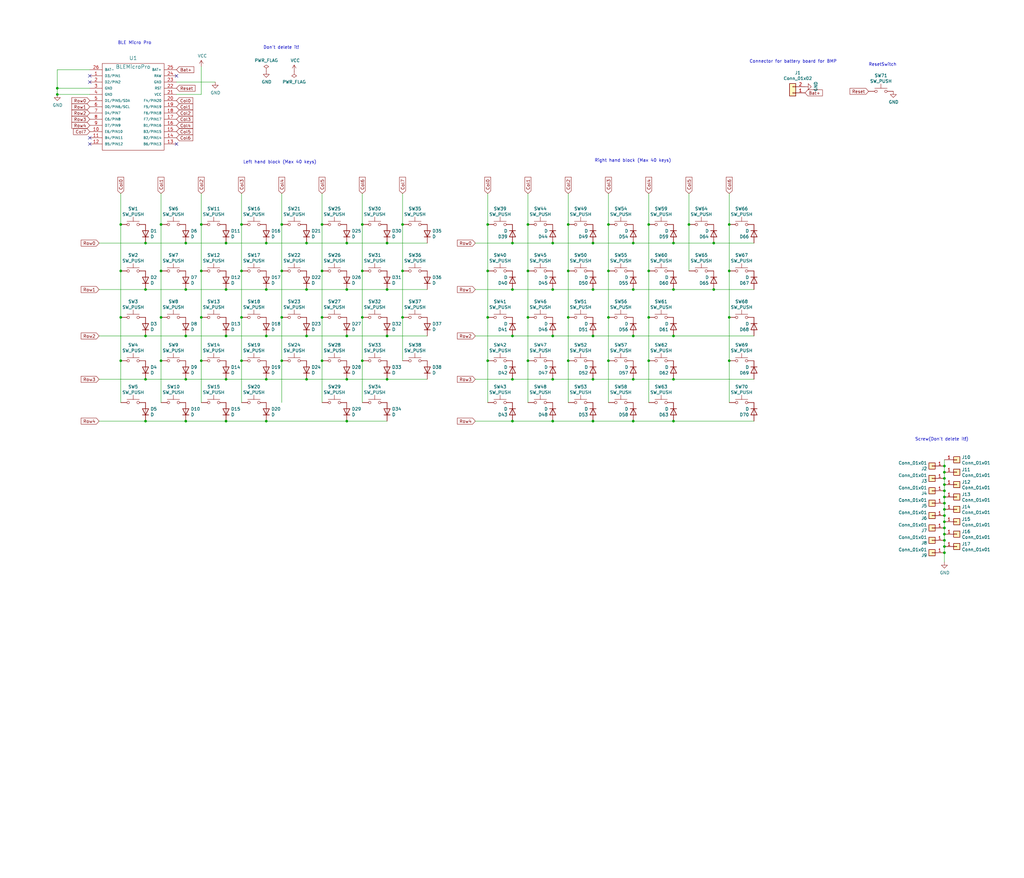
<source format=kicad_sch>
(kicad_sch (version 20211123) (generator eeschema)
  (paper "User" 419.989 360.045)
  (junction (at 148.59 147.955))
  (junction (at 132.08 111.125))
  (junction (at 115.57 147.955))
  (junction (at 266.065 92.075))
  (junction (at 99.06 111.125))
  (junction (at 210.185 99.695))
  (junction (at 387.35 221.615))
  (junction (at 132.08 130.175))
  (junction (at 59.69 99.695))
  (junction (at 259.715 118.745))
  (junction (at 210.185 137.795))
  (junction (at 387.35 196.215))
  (junction (at 387.35 191.135))
  (junction (at 165.1 92.075))
  (junction (at 387.35 211.455))
  (junction (at 148.59 130.175))
  (junction (at 276.225 99.695))
  (junction (at 76.2 137.795))
  (junction (at 158.75 137.795))
  (junction (at 109.22 118.745))
  (junction (at 243.205 118.745))
  (junction (at 66.04 147.955))
  (junction (at 200.025 92.075))
  (junction (at 276.225 155.575))
  (junction (at 76.2 155.575))
  (junction (at 115.57 92.075))
  (junction (at 292.735 99.695))
  (junction (at 387.35 208.915))
  (junction (at 142.24 137.795))
  (junction (at 158.75 99.695))
  (junction (at 299.085 130.175))
  (junction (at 387.35 193.675))
  (junction (at 158.75 118.745))
  (junction (at 387.35 206.375))
  (junction (at 243.205 172.72))
  (junction (at 216.535 130.175))
  (junction (at 226.695 155.575))
  (junction (at 142.24 172.72))
  (junction (at 249.555 130.175))
  (junction (at 49.53 111.125))
  (junction (at 282.575 92.075))
  (junction (at 82.55 147.955))
  (junction (at 200.025 147.955))
  (junction (at 125.73 155.575))
  (junction (at 92.71 99.695))
  (junction (at 276.225 118.745))
  (junction (at 125.73 118.745))
  (junction (at 49.53 130.175))
  (junction (at 92.71 172.72))
  (junction (at 387.35 201.295))
  (junction (at 76.2 99.695))
  (junction (at 82.55 130.175))
  (junction (at 59.69 155.575))
  (junction (at 226.695 99.695))
  (junction (at 266.065 147.955))
  (junction (at 266.065 111.125))
  (junction (at 142.24 155.575))
  (junction (at 387.35 226.695))
  (junction (at 299.085 147.955))
  (junction (at 243.205 155.575))
  (junction (at 200.025 111.125))
  (junction (at 165.1 111.125))
  (junction (at 158.75 155.575))
  (junction (at 66.04 92.075))
  (junction (at 115.57 130.175))
  (junction (at 66.04 111.125))
  (junction (at 210.185 118.745))
  (junction (at 233.045 130.175))
  (junction (at 109.22 137.795))
  (junction (at 249.555 92.075))
  (junction (at 92.71 155.575))
  (junction (at 276.225 137.795))
  (junction (at 233.045 111.125))
  (junction (at 387.35 213.995))
  (junction (at 82.55 111.125))
  (junction (at 165.1 130.175))
  (junction (at 226.695 118.745))
  (junction (at 387.35 203.835))
  (junction (at 82.55 92.075))
  (junction (at 59.69 137.795))
  (junction (at 66.04 130.175))
  (junction (at 23.495 36.195))
  (junction (at 92.71 137.795))
  (junction (at 49.53 92.075))
  (junction (at 99.06 130.175))
  (junction (at 276.225 172.72))
  (junction (at 142.24 118.745))
  (junction (at 387.35 216.535))
  (junction (at 299.085 92.075))
  (junction (at 249.555 111.125))
  (junction (at 216.535 92.075))
  (junction (at 99.06 147.955))
  (junction (at 148.59 92.075))
  (junction (at 210.185 172.72))
  (junction (at 59.69 172.72))
  (junction (at 99.06 92.075))
  (junction (at 226.695 172.72))
  (junction (at 387.35 198.755))
  (junction (at 387.35 224.155))
  (junction (at 200.025 130.175))
  (junction (at 109.22 172.72))
  (junction (at 109.22 99.695))
  (junction (at 233.045 92.075))
  (junction (at 125.73 99.695))
  (junction (at 233.045 147.955))
  (junction (at 259.715 172.72))
  (junction (at 292.735 118.745))
  (junction (at 23.495 38.735))
  (junction (at 259.715 155.575))
  (junction (at 49.53 147.955))
  (junction (at 299.085 111.125))
  (junction (at 243.205 99.695))
  (junction (at 243.205 137.795))
  (junction (at 76.2 118.745))
  (junction (at 226.695 137.795))
  (junction (at 115.57 111.125))
  (junction (at 132.08 147.955))
  (junction (at 125.73 137.795))
  (junction (at 259.715 137.795))
  (junction (at 76.2 172.72))
  (junction (at 109.22 155.575))
  (junction (at 142.24 99.695))
  (junction (at 216.535 111.125))
  (junction (at 132.08 92.075))
  (junction (at 216.535 147.955))
  (junction (at 387.35 219.075))
  (junction (at 148.59 111.125))
  (junction (at 266.065 130.175))
  (junction (at 92.71 118.745))
  (junction (at 210.185 155.575))
  (junction (at 249.555 147.955))
  (junction (at 59.69 118.745))
  (junction (at 259.715 99.695))
  (no_connect (at 72.39 59.055))
  (no_connect (at 36.83 59.055))
  (no_connect (at 36.83 31.115))
  (no_connect (at 36.83 33.655))
  (no_connect (at 36.83 56.515))
  (no_connect (at 72.39 31.115))
  (wire (pts (xy 148.59 92.075) (xy 148.59 111.125)))
  (wire (pts (xy 216.535 130.175) (xy 216.535 147.955)))
  (wire (pts (xy 92.71 172.72) (xy 109.22 172.72)))
  (wire (pts (xy 243.205 155.575) (xy 259.715 155.575)))
  (wire (pts (xy 109.22 99.695) (xy 125.73 99.695)))
  (wire (pts (xy 148.59 79.375) (xy 148.59 92.075)))
  (wire (pts (xy 266.065 111.125) (xy 266.065 130.175)))
  (wire (pts (xy 194.945 118.745) (xy 210.185 118.745)))
  (wire (pts (xy 292.735 99.695) (xy 309.245 99.695)))
  (wire (pts (xy 23.495 36.195) (xy 23.495 38.735)))
  (wire (pts (xy 66.04 79.375) (xy 66.04 92.075)))
  (wire (pts (xy 249.555 130.175) (xy 249.555 147.955)))
  (wire (pts (xy 210.185 172.72) (xy 226.695 172.72)))
  (wire (pts (xy 194.945 137.795) (xy 210.185 137.795)))
  (wire (pts (xy 387.35 213.995) (xy 387.35 216.535)))
  (wire (pts (xy 82.55 92.075) (xy 82.55 111.125)))
  (wire (pts (xy 99.06 147.955) (xy 99.06 165.1)))
  (wire (pts (xy 299.085 147.955) (xy 299.085 165.1)))
  (wire (pts (xy 266.065 147.955) (xy 266.065 165.1)))
  (wire (pts (xy 142.24 99.695) (xy 158.75 99.695)))
  (wire (pts (xy 226.695 118.745) (xy 243.205 118.745)))
  (wire (pts (xy 216.535 92.075) (xy 216.535 111.125)))
  (wire (pts (xy 249.555 79.375) (xy 249.555 92.075)))
  (wire (pts (xy 165.1 92.075) (xy 165.1 111.125)))
  (wire (pts (xy 125.73 137.795) (xy 142.24 137.795)))
  (wire (pts (xy 109.22 118.745) (xy 125.73 118.745)))
  (wire (pts (xy 125.73 155.575) (xy 142.24 155.575)))
  (wire (pts (xy 49.53 79.375) (xy 49.53 92.075)))
  (wire (pts (xy 59.69 137.795) (xy 40.64 137.795)))
  (wire (pts (xy 233.045 92.075) (xy 233.045 111.125)))
  (wire (pts (xy 36.83 38.735) (xy 23.495 38.735)))
  (wire (pts (xy 387.35 193.675) (xy 387.35 196.215)))
  (wire (pts (xy 387.35 221.615) (xy 387.35 224.155)))
  (wire (pts (xy 132.08 92.075) (xy 132.08 111.125)))
  (wire (pts (xy 132.08 111.125) (xy 132.08 130.175)))
  (wire (pts (xy 175.26 137.795) (xy 158.75 137.795)))
  (wire (pts (xy 76.2 172.72) (xy 92.71 172.72)))
  (wire (pts (xy 200.025 147.955) (xy 200.025 165.1)))
  (wire (pts (xy 249.555 92.075) (xy 249.555 111.125)))
  (wire (pts (xy 266.065 130.175) (xy 266.065 147.955)))
  (wire (pts (xy 76.2 155.575) (xy 92.71 155.575)))
  (wire (pts (xy 233.045 147.955) (xy 233.045 165.1)))
  (wire (pts (xy 115.57 79.375) (xy 115.57 92.075)))
  (wire (pts (xy 82.55 130.175) (xy 82.55 147.955)))
  (wire (pts (xy 387.35 211.455) (xy 387.35 213.995)))
  (wire (pts (xy 36.83 28.575) (xy 23.495 28.575)))
  (wire (pts (xy 76.2 99.695) (xy 92.71 99.695)))
  (wire (pts (xy 200.025 111.125) (xy 200.025 130.175)))
  (wire (pts (xy 59.69 155.575) (xy 76.2 155.575)))
  (wire (pts (xy 99.06 111.125) (xy 99.06 130.175)))
  (wire (pts (xy 226.695 137.795) (xy 243.205 137.795)))
  (wire (pts (xy 165.1 79.375) (xy 165.1 92.075)))
  (wire (pts (xy 200.025 79.375) (xy 200.025 92.075)))
  (wire (pts (xy 259.715 137.795) (xy 276.225 137.795)))
  (wire (pts (xy 259.715 172.72) (xy 276.225 172.72)))
  (wire (pts (xy 226.695 99.695) (xy 243.205 99.695)))
  (wire (pts (xy 92.71 118.745) (xy 109.22 118.745)))
  (wire (pts (xy 299.085 111.125) (xy 299.085 130.175)))
  (wire (pts (xy 59.69 118.745) (xy 40.64 118.745)))
  (wire (pts (xy 243.205 172.72) (xy 259.715 172.72)))
  (wire (pts (xy 175.26 99.695) (xy 158.75 99.695)))
  (wire (pts (xy 99.06 92.075) (xy 99.06 111.125)))
  (wire (pts (xy 216.535 79.375) (xy 216.535 92.075)))
  (wire (pts (xy 226.695 155.575) (xy 243.205 155.575)))
  (wire (pts (xy 82.55 147.955) (xy 82.55 165.1)))
  (wire (pts (xy 99.06 130.175) (xy 99.06 147.955)))
  (wire (pts (xy 276.225 99.695) (xy 292.735 99.695)))
  (wire (pts (xy 210.185 99.695) (xy 226.695 99.695)))
  (wire (pts (xy 216.535 111.125) (xy 216.535 130.175)))
  (wire (pts (xy 72.39 38.735) (xy 82.55 38.735)))
  (wire (pts (xy 66.04 147.955) (xy 66.04 165.1)))
  (wire (pts (xy 36.83 36.195) (xy 23.495 36.195)))
  (wire (pts (xy 387.35 226.695) (xy 387.35 230.505)))
  (wire (pts (xy 233.045 79.375) (xy 233.045 92.075)))
  (wire (pts (xy 210.185 137.795) (xy 226.695 137.795)))
  (wire (pts (xy 148.59 147.955) (xy 148.59 165.1)))
  (wire (pts (xy 175.26 155.575) (xy 158.75 155.575)))
  (wire (pts (xy 165.1 111.125) (xy 165.1 130.175)))
  (wire (pts (xy 59.69 155.575) (xy 40.64 155.575)))
  (wire (pts (xy 132.08 147.955) (xy 132.08 165.1)))
  (wire (pts (xy 210.185 118.745) (xy 226.695 118.745)))
  (wire (pts (xy 387.35 196.215) (xy 387.35 198.755)))
  (wire (pts (xy 387.35 216.535) (xy 387.35 219.075)))
  (wire (pts (xy 59.69 118.745) (xy 76.2 118.745)))
  (wire (pts (xy 200.025 130.175) (xy 200.025 147.955)))
  (wire (pts (xy 210.185 155.575) (xy 226.695 155.575)))
  (wire (pts (xy 115.57 92.075) (xy 115.57 111.125)))
  (wire (pts (xy 115.57 130.175) (xy 115.57 147.955)))
  (wire (pts (xy 299.085 79.375) (xy 299.085 92.075)))
  (wire (pts (xy 99.06 79.375) (xy 99.06 92.075)))
  (wire (pts (xy 387.35 198.755) (xy 387.35 201.295)))
  (wire (pts (xy 115.57 111.125) (xy 115.57 130.175)))
  (wire (pts (xy 49.53 92.075) (xy 49.53 111.125)))
  (wire (pts (xy 49.53 111.125) (xy 49.53 130.175)))
  (wire (pts (xy 59.69 137.795) (xy 76.2 137.795)))
  (wire (pts (xy 76.2 118.745) (xy 92.71 118.745)))
  (wire (pts (xy 194.945 155.575) (xy 210.185 155.575)))
  (wire (pts (xy 165.1 130.175) (xy 165.1 147.955)))
  (wire (pts (xy 249.555 147.955) (xy 249.555 165.1)))
  (wire (pts (xy 49.53 130.175) (xy 49.53 147.955)))
  (wire (pts (xy 259.715 118.745) (xy 276.225 118.745)))
  (wire (pts (xy 59.69 99.695) (xy 40.64 99.695)))
  (wire (pts (xy 148.59 130.175) (xy 148.59 147.955)))
  (wire (pts (xy 142.24 172.72) (xy 158.75 172.72)))
  (wire (pts (xy 387.35 203.835) (xy 387.35 206.375)))
  (wire (pts (xy 92.71 155.575) (xy 109.22 155.575)))
  (wire (pts (xy 259.715 99.695) (xy 276.225 99.695)))
  (wire (pts (xy 387.35 201.295) (xy 387.35 203.835)))
  (wire (pts (xy 243.205 118.745) (xy 259.715 118.745)))
  (wire (pts (xy 194.945 99.695) (xy 210.185 99.695)))
  (wire (pts (xy 266.065 92.075) (xy 266.065 111.125)))
  (wire (pts (xy 276.225 118.745) (xy 292.735 118.745)))
  (wire (pts (xy 109.22 155.575) (xy 125.73 155.575)))
  (wire (pts (xy 125.73 118.745) (xy 142.24 118.745)))
  (wire (pts (xy 82.55 111.125) (xy 82.55 130.175)))
  (wire (pts (xy 115.57 147.955) (xy 115.57 165.1)))
  (wire (pts (xy 59.69 172.72) (xy 40.64 172.72)))
  (wire (pts (xy 299.085 92.075) (xy 299.085 111.125)))
  (wire (pts (xy 276.225 172.72) (xy 309.245 172.72)))
  (wire (pts (xy 276.225 137.795) (xy 309.245 137.795)))
  (wire (pts (xy 233.045 130.175) (xy 233.045 147.955)))
  (wire (pts (xy 66.04 130.175) (xy 66.04 147.955)))
  (wire (pts (xy 387.35 191.135) (xy 387.35 193.675)))
  (wire (pts (xy 148.59 111.125) (xy 148.59 130.175)))
  (wire (pts (xy 82.55 38.735) (xy 82.55 27.305)))
  (wire (pts (xy 200.025 92.075) (xy 200.025 111.125)))
  (wire (pts (xy 142.24 118.745) (xy 158.75 118.745)))
  (wire (pts (xy 125.73 99.695) (xy 142.24 99.695)))
  (wire (pts (xy 276.225 155.575) (xy 309.245 155.575)))
  (wire (pts (xy 59.69 99.695) (xy 76.2 99.695)))
  (wire (pts (xy 175.26 118.745) (xy 158.75 118.745)))
  (wire (pts (xy 387.35 224.155) (xy 387.35 226.695)))
  (wire (pts (xy 59.69 172.72) (xy 76.2 172.72)))
  (wire (pts (xy 92.71 99.695) (xy 109.22 99.695)))
  (wire (pts (xy 226.695 172.72) (xy 243.205 172.72)))
  (wire (pts (xy 259.715 155.575) (xy 276.225 155.575)))
  (wire (pts (xy 282.575 92.075) (xy 282.575 111.125)))
  (wire (pts (xy 132.08 130.175) (xy 132.08 147.955)))
  (wire (pts (xy 194.945 172.72) (xy 210.185 172.72)))
  (wire (pts (xy 142.24 155.575) (xy 158.75 155.575)))
  (wire (pts (xy 216.535 147.955) (xy 216.535 165.1)))
  (wire (pts (xy 23.495 28.575) (xy 23.495 36.195)))
  (wire (pts (xy 266.065 79.375) (xy 266.065 92.075)))
  (wire (pts (xy 249.555 111.125) (xy 249.555 130.175)))
  (wire (pts (xy 387.35 188.595) (xy 387.35 191.135)))
  (wire (pts (xy 142.24 137.795) (xy 158.75 137.795)))
  (wire (pts (xy 76.2 137.795) (xy 92.71 137.795)))
  (wire (pts (xy 387.35 219.075) (xy 387.35 221.615)))
  (wire (pts (xy 282.575 79.375) (xy 282.575 92.075)))
  (wire (pts (xy 132.08 79.375) (xy 132.08 92.075)))
  (wire (pts (xy 66.04 92.075) (xy 66.04 111.125)))
  (wire (pts (xy 49.53 147.955) (xy 49.53 165.1)))
  (wire (pts (xy 233.045 111.125) (xy 233.045 130.175)))
  (wire (pts (xy 292.735 118.745) (xy 309.245 118.745)))
  (wire (pts (xy 66.04 111.125) (xy 66.04 130.175)))
  (wire (pts (xy 109.22 137.795) (xy 125.73 137.795)))
  (wire (pts (xy 243.205 99.695) (xy 259.715 99.695)))
  (wire (pts (xy 82.55 79.375) (xy 82.55 92.075)))
  (wire (pts (xy 92.71 137.795) (xy 109.22 137.795)))
  (wire (pts (xy 88.265 33.655) (xy 72.39 33.655)))
  (wire (pts (xy 387.35 206.375) (xy 387.35 208.915)))
  (wire (pts (xy 299.085 130.175) (xy 299.085 147.955)))
  (wire (pts (xy 387.35 208.915) (xy 387.35 211.455)))
  (wire (pts (xy 243.205 137.795) (xy 259.715 137.795)))
  (wire (pts (xy 109.22 172.72) (xy 142.24 172.72)))
  (text "Screw(Don't delete it!)" (at 375.285 180.975 0) (effects (font (size 1.27 1.27)) (justify left bottom)))
  (text "Left hand block (Max 40 keys)" (at 99.695 67.31 0) (effects (font (size 1.27 1.27)) (justify left bottom)))
  (text "BLE Micro Pro" (at 48.26 18.415 0) (effects (font (size 1.27 1.27)) (justify left bottom)))
  (text "Don't delete it!" (at 107.95 20.32 0) (effects (font (size 1.27 1.27)) (justify left bottom)))
  (text "ResetSwitch" (at 356.235 27.305 0) (effects (font (size 1.27 1.27)) (justify left bottom)))
  (text "Right hand block (Max 40 keys)" (at 243.84 66.675 0) (effects (font (size 1.27 1.27)) (justify left bottom)))
  (text "Connector for battery board for BMP" (at 307.34 26.035 0) (effects (font (size 1.27 1.27)) (justify left bottom)))
  (global_label "Row0" (shape input) (at 36.83 41.275 180) (property "シート間のリファレンス" "${INTERSHEET_REFS}" (effects hide)))
  (global_label "Col3" (shape input) (at 99.06 79.375 90) (property "シート間のリファレンス" "${INTERSHEET_REFS}" (effects hide)))
  (global_label "Row4" (shape input) (at 36.83 51.435 180) (property "シート間のリファレンス" "${INTERSHEET_REFS}" (effects hide)))
  (global_label "Row1" (shape input) (at 40.64 118.745 180) (property "シート間のリファレンス" "${INTERSHEET_REFS}" (effects hide)))
  (global_label "Row2" (shape input) (at 36.83 46.355 180) (property "シート間のリファレンス" "${INTERSHEET_REFS}" (effects hide)))
  (global_label "Col6" (shape input) (at 299.085 79.375 90) (property "シート間のリファレンス" "${INTERSHEET_REFS}" (effects hide)))
  (global_label "Row4" (shape input) (at 194.945 172.72 180) (property "シート間のリファレンス" "${INTERSHEET_REFS}" (effects hide)))
  (global_label "Row0" (shape input) (at 40.64 99.695 180) (property "シート間のリファレンス" "${INTERSHEET_REFS}" (effects hide)))
  (global_label "Row3" (shape input) (at 40.64 155.575 180) (property "シート間のリファレンス" "${INTERSHEET_REFS}" (effects hide)))
  (global_label "Row3" (shape input) (at 194.945 155.575 180) (property "シート間のリファレンス" "${INTERSHEET_REFS}" (effects hide)))
  (global_label "Row0" (shape input) (at 194.945 99.695 180) (property "シート間のリファレンス" "${INTERSHEET_REFS}" (effects hide)))
  (global_label "Col7" (shape input) (at 36.83 53.975 180) (property "シート間のリファレンス" "${INTERSHEET_REFS}" (effects hide)))
  (global_label "Col4" (shape input) (at 266.065 79.375 90) (property "シート間のリファレンス" "${INTERSHEET_REFS}" (effects hide)))
  (global_label "Row2" (shape input) (at 194.945 137.795 180) (property "シート間のリファレンス" "${INTERSHEET_REFS}" (effects hide)))
  (global_label "Row1" (shape input) (at 194.945 118.745 180) (property "シート間のリファレンス" "${INTERSHEET_REFS}" (effects hide)))
  (global_label "Row4" (shape input) (at 40.64 172.72 180) (property "シート間のリファレンス" "${INTERSHEET_REFS}" (effects hide)))
  (global_label "Col5" (shape input) (at 132.08 79.375 90) (property "シート間のリファレンス" "${INTERSHEET_REFS}" (effects hide)))
  (global_label "Row1" (shape input) (at 36.83 43.815 180) (property "シート間のリファレンス" "${INTERSHEET_REFS}" (effects hide)))
  (global_label "Col6" (shape input) (at 72.39 56.515 0) (property "シート間のリファレンス" "${INTERSHEET_REFS}" (effects hide)))
  (global_label "Col5" (shape input) (at 282.575 79.375 90) (property "シート間のリファレンス" "${INTERSHEET_REFS}" (effects hide)))
  (global_label "Col4" (shape input) (at 115.57 79.375 90) (property "シート間のリファレンス" "${INTERSHEET_REFS}" (effects hide)))
  (global_label "Col4" (shape input) (at 72.39 51.435 0) (property "シート間のリファレンス" "${INTERSHEET_REFS}" (effects hide)))
  (global_label "Col2" (shape input) (at 233.045 79.375 90) (property "シート間のリファレンス" "${INTERSHEET_REFS}" (effects hide)))
  (global_label "Col0" (shape input) (at 49.53 79.375 90) (property "シート間のリファレンス" "${INTERSHEET_REFS}" (effects hide)))
  (global_label "Col0" (shape input) (at 72.39 41.275 0) (property "シート間のリファレンス" "${INTERSHEET_REFS}" (effects hide)))
  (global_label "Col0" (shape input) (at 200.025 79.375 90) (property "シート間のリファレンス" "${INTERSHEET_REFS}" (effects hide)))
  (global_label "Bat+" (shape input) (at 330.2 38.1 0) (property "シート間のリファレンス" "${INTERSHEET_REFS}" (effects hide)))
  (global_label "Col1" (shape input) (at 66.04 79.375 90) (property "シート間のリファレンス" "${INTERSHEET_REFS}" (effects hide)))
  (global_label "Col5" (shape input) (at 72.39 53.975 0) (property "シート間のリファレンス" "${INTERSHEET_REFS}" (effects hide)))
  (global_label "Col3" (shape input) (at 249.555 79.375 90) (property "シート間のリファレンス" "${INTERSHEET_REFS}" (effects hide)))
  (global_label "Col6" (shape input) (at 148.59 79.375 90) (property "シート間のリファレンス" "${INTERSHEET_REFS}" (effects hide)))
  (global_label "Col2" (shape input) (at 82.55 79.375 90) (property "シート間のリファレンス" "${INTERSHEET_REFS}" (effects hide)))
  (global_label "Col3" (shape input) (at 72.39 48.895 0) (property "シート間のリファレンス" "${INTERSHEET_REFS}" (effects hide)))
  (global_label "Col7" (shape input) (at 165.1 79.375 90) (property "シート間のリファレンス" "${INTERSHEET_REFS}" (effects hide)))
  (global_label "Reset" (shape input) (at 72.39 36.195 0) (property "シート間のリファレンス" "${INTERSHEET_REFS}" (effects hide)))
  (global_label "Col1" (shape input) (at 72.39 43.815 0) (property "シート間のリファレンス" "${INTERSHEET_REFS}" (effects hide)))
  (global_label "Row3" (shape input) (at 36.83 48.895 180) (property "シート間のリファレンス" "${INTERSHEET_REFS}" (effects hide)))
  (global_label "Bat+" (shape input) (at 72.39 28.575 0) (property "シート間のリファレンス" "${INTERSHEET_REFS}" (effects hide)))
  (global_label "Col2" (shape input) (at 72.39 46.355 0) (property "シート間のリファレンス" "${INTERSHEET_REFS}" (effects hide)))
  (global_label "Col1" (shape input) (at 216.535 79.375 90) (property "シート間のリファレンス" "${INTERSHEET_REFS}" (effects hide)))
  (global_label "Row2" (shape input) (at 40.64 137.795 180) (property "シート間のリファレンス" "${INTERSHEET_REFS}" (effects hide)))
  (global_label "Reset" (shape input) (at 356.235 37.465 180) (property "シート間のリファレンス" "${INTERSHEET_REFS}" (effects hide)))
  (symbol (lib_id "power:PWR_FLAG") (at 109.22 29.21 0) (unit 1)
    (property "Reference" "#FLG01" (effects hide))
    (property "Value" "PWR_FLAG" (at 109.22 24.7904 0))
  )
  (symbol (lib_id "power:PWR_FLAG") (at 120.65 29.21 180) (unit 1)
    (property "Reference" "#FLG02" (effects hide))
    (property "Value" "PWR_FLAG" (at 120.65 33.6042 0))
  )
  (symbol (lib_id "power:GND") (at 109.22 29.21 0) (unit 1)
    (property "Reference" "#PWR04" (effects hide))
    (property "Value" "GND" (at 109.347 33.6042 0))
  )
  (symbol (lib_id "power:VCC") (at 120.65 29.21 0) (unit 1)
    (property "Reference" "#PWR05" (effects hide))
    (property "Value" "VCC" (at 121.0818 24.8158 0))
  )
  (symbol (lib_id "Salicylic_kbd:Micon_BLEMicroPro") (at 54.61 50.165 0) (unit 1)
    (property "Reference" "U1" (at 54.61 23.8252 0) (effects (font (size 1.524 1.524))))
    (property "Value" "BLEMicroPro" (at 54.61 26.5176 0) (effects (font (size 1.524 1.524)) (justify top)))
    (property "Footprint" "kbd_Parts:Micon_BMP_GL" (effects hide))
  )
  (symbol (lib_id "power:GND") (at 88.265 33.655 0) (unit 1)
    (property "Reference" "#PWR03" (effects hide))
    (property "Value" "GND" (at 88.392 38.0492 0))
  )
  (symbol (lib_id "power:VCC") (at 82.55 27.305 0) (unit 1)
    (property "Reference" "#PWR02" (effects hide))
    (property "Value" "VCC" (at 82.9818 22.9108 0))
  )
  (symbol (lib_id "power:GND") (at 23.495 38.735 0) (unit 1)
    (property "Reference" "#PWR01" (effects hide))
    (property "Value" "GND" (at 23.622 43.1292 0))
  )
  (symbol (lib_id "Switch:SW_Push") (at 71.12 92.075 0) (unit 1)
    (property "Reference" "SW6" (at 71.12 85.598 0))
    (property "Value" "SW_PUSH" (at 71.12 87.9094 0))
    (property "Footprint" "Alps_Only:ALPS-1U" (effects hide))
  )
  (symbol (lib_id "Switch:SW_Push") (at 54.61 92.075 0) (unit 1)
    (property "Reference" "SW1" (at 54.61 85.598 0))
    (property "Value" "SW_PUSH" (at 54.61 87.9094 0))
    (property "Footprint" "Alps_Only:ALPS-1U" (effects hide))
  )
  (symbol (lib_id "Switch:SW_Push") (at 54.61 111.125 0) (unit 1)
    (property "Reference" "SW2" (at 54.61 104.648 0))
    (property "Value" "SW_PUSH" (at 54.61 106.9594 0))
    (property "Footprint" "Alps_Only:ALPS-1.5U" (effects hide))
  )
  (symbol (lib_id "Switch:SW_Push") (at 71.12 111.125 0) (unit 1)
    (property "Reference" "SW7" (at 71.12 104.648 0))
    (property "Value" "SW_PUSH" (at 71.12 106.9594 0))
    (property "Footprint" "Alps_Only:ALPS-1U" (effects hide))
  )
  (symbol (lib_id "Device:D") (at 59.69 95.885 90) (unit 1)
    (property "Reference" "D1" (at 61.6966 94.7166 90) (effects (justify right)))
    (property "Value" "D" (at 61.6966 97.028 90) (effects (justify right)))
    (property "Footprint" "kbd_Parts:Diode_TH_SMD" (effects hide))
  )
  (symbol (lib_id "Device:D") (at 76.2 95.885 90) (unit 1)
    (property "Reference" "D6" (at 78.2066 94.7166 90) (effects (justify right)))
    (property "Value" "D" (at 78.2066 97.028 90) (effects (justify right)))
    (property "Footprint" "kbd_Parts:Diode_TH_SMD" (effects hide))
  )
  (symbol (lib_id "Device:D") (at 76.2 114.935 90) (unit 1)
    (property "Reference" "D7" (at 78.2066 113.7666 90) (effects (justify right)))
    (property "Value" "D" (at 78.2066 116.078 90) (effects (justify right)))
    (property "Footprint" "kbd_Parts:Diode_TH_SMD" (effects hide))
  )
  (symbol (lib_id "Device:D") (at 59.69 114.935 90) (unit 1)
    (property "Reference" "D2" (at 61.6966 113.7666 90) (effects (justify right)))
    (property "Value" "D" (at 61.6966 116.078 90) (effects (justify right)))
    (property "Footprint" "kbd_Parts:Diode_TH_SMD" (effects hide))
  )
  (symbol (lib_id "Switch:SW_Push") (at 361.315 37.465 0) (unit 1)
    (property "Reference" "SW71" (at 361.315 30.988 0))
    (property "Value" "SW_PUSH" (at 361.315 33.2994 0))
    (property "Footprint" "kbd_Parts:ResetSW" (effects hide))
  )
  (symbol (lib_id "power:GND") (at 366.395 37.465 0) (unit 1)
    (property "Reference" "#PWR07" (effects hide))
    (property "Value" "GND" (at 366.522 41.8592 0))
  )
  (symbol (lib_id "Switch:SW_Push") (at 104.14 92.075 0) (unit 1)
    (property "Reference" "SW16" (at 104.14 85.598 0))
    (property "Value" "SW_PUSH" (at 104.14 87.9094 0))
    (property "Footprint" "Alps_Only:ALPS-1U" (effects hide))
  )
  (symbol (lib_id "Switch:SW_Push") (at 120.65 92.075 0) (unit 1)
    (property "Reference" "SW21" (at 120.65 85.598 0))
    (property "Value" "SW_PUSH" (at 120.65 87.9094 0))
    (property "Footprint" "Alps_Only:ALPS-1U" (effects hide))
  )
  (symbol (lib_id "Switch:SW_Push") (at 137.16 92.075 0) (unit 1)
    (property "Reference" "SW25" (at 137.16 85.598 0))
    (property "Value" "SW_PUSH" (at 137.16 87.9094 0))
    (property "Footprint" "Alps_Only:ALPS-1U" (effects hide))
  )
  (symbol (lib_id "Switch:SW_Push") (at 87.63 92.075 0) (unit 1)
    (property "Reference" "SW11" (at 87.63 85.598 0))
    (property "Value" "SW_PUSH" (at 87.63 87.9094 0))
    (property "Footprint" "Alps_Only:ALPS-1U" (effects hide))
  )
  (symbol (lib_id "Switch:SW_Push") (at 104.14 130.175 0) (unit 1)
    (property "Reference" "SW18" (at 104.14 123.698 0))
    (property "Value" "SW_PUSH" (at 104.14 126.0094 0))
    (property "Footprint" "Alps_Only:ALPS-1U" (effects hide))
  )
  (symbol (lib_id "Switch:SW_Push") (at 104.14 111.125 0) (unit 1)
    (property "Reference" "SW17" (at 104.14 104.648 0))
    (property "Value" "SW_PUSH" (at 104.14 106.9594 0))
    (property "Footprint" "Alps_Only:ALPS-1U" (effects hide))
  )
  (symbol (lib_id "Switch:SW_Push") (at 120.65 111.125 0) (unit 1)
    (property "Reference" "SW22" (at 120.65 104.648 0))
    (property "Value" "SW_PUSH" (at 120.65 106.9594 0))
    (property "Footprint" "Alps_Only:ALPS-1U" (effects hide))
  )
  (symbol (lib_id "Switch:SW_Push") (at 137.16 111.125 0) (unit 1)
    (property "Reference" "SW26" (at 137.16 104.648 0))
    (property "Value" "SW_PUSH" (at 137.16 106.9594 0))
    (property "Footprint" "Alps_Only:ALPS-1U" (effects hide))
  )
  (symbol (lib_id "Switch:SW_Push") (at 87.63 111.125 0) (unit 1)
    (property "Reference" "SW12" (at 87.63 104.648 0))
    (property "Value" "SW_PUSH" (at 87.63 106.9594 0))
    (property "Footprint" "Alps_Only:ALPS-1U" (effects hide))
  )
  (symbol (lib_id "Switch:SW_Push") (at 54.61 130.175 0) (unit 1)
    (property "Reference" "SW3" (at 54.61 123.698 0))
    (property "Value" "SW_PUSH" (at 54.61 126.0094 0))
    (property "Footprint" "Alps_Only:ALPS-1.75U" (effects hide))
  )
  (symbol (lib_id "Switch:SW_Push") (at 54.61 147.955 0) (unit 1)
    (property "Reference" "SW4" (at 54.61 141.478 0))
    (property "Value" "SW_PUSH" (at 54.61 143.7894 0))
    (property "Footprint" "Alps_Only:ALPS-2.25U" (effects hide))
  )
  (symbol (lib_id "Switch:SW_Push") (at 71.12 130.175 0) (unit 1)
    (property "Reference" "SW8" (at 71.12 123.698 0))
    (property "Value" "SW_PUSH" (at 71.12 126.0094 0))
    (property "Footprint" "Alps_Only:ALPS-1U" (effects hide))
  )
  (symbol (lib_id "Switch:SW_Push") (at 71.12 147.955 0) (unit 1)
    (property "Reference" "SW9" (at 71.12 141.478 0))
    (property "Value" "SW_PUSH" (at 71.12 143.7894 0))
    (property "Footprint" "Alps_Only:ALPS-1U" (effects hide))
  )
  (symbol (lib_id "Switch:SW_Push") (at 87.63 130.175 0) (unit 1)
    (property "Reference" "SW13" (at 87.63 123.698 0))
    (property "Value" "SW_PUSH" (at 87.63 126.0094 0))
    (property "Footprint" "Alps_Only:ALPS-1U" (effects hide))
  )
  (symbol (lib_id "Switch:SW_Push") (at 104.14 147.955 0) (unit 1)
    (property "Reference" "SW19" (at 104.14 141.478 0))
    (property "Value" "SW_PUSH" (at 104.14 143.7894 0))
    (property "Footprint" "Alps_Only:ALPS-1U" (effects hide))
  )
  (symbol (lib_id "Switch:SW_Push") (at 120.65 147.955 0) (unit 1)
    (property "Reference" "SW24" (at 120.65 141.478 0))
    (property "Value" "SW_PUSH" (at 120.65 143.7894 0))
    (property "Footprint" "Alps_Only:ALPS-1U" (effects hide))
  )
  (symbol (lib_id "Switch:SW_Push") (at 137.16 147.955 0) (unit 1)
    (property "Reference" "SW28" (at 137.16 141.478 0))
    (property "Value" "SW_PUSH" (at 137.16 143.7894 0))
    (property "Footprint" "Alps_Only:ALPS-1U" (effects hide))
  )
  (symbol (lib_id "Switch:SW_Push") (at 120.65 130.175 0) (unit 1)
    (property "Reference" "SW23" (at 120.65 123.698 0))
    (property "Value" "SW_PUSH" (at 120.65 126.0094 0))
    (property "Footprint" "Alps_Only:ALPS-1U" (effects hide))
  )
  (symbol (lib_id "Switch:SW_Push") (at 137.16 130.175 0) (unit 1)
    (property "Reference" "SW27" (at 137.16 123.698 0))
    (property "Value" "SW_PUSH" (at 137.16 126.0094 0))
    (property "Footprint" "Alps_Only:ALPS-1U" (effects hide))
  )
  (symbol (lib_id "Device:D") (at 92.71 95.885 90) (unit 1)
    (property "Reference" "D11" (at 94.7166 94.7166 90) (effects (justify right)))
    (property "Value" "D" (at 94.7166 97.028 90) (effects (justify right)))
    (property "Footprint" "kbd_Parts:Diode_TH_SMD" (effects hide))
  )
  (symbol (lib_id "Device:D") (at 109.22 95.885 90) (unit 1)
    (property "Reference" "D16" (at 111.2266 94.7166 90) (effects (justify right)))
    (property "Value" "D" (at 111.2266 97.028 90) (effects (justify right)))
    (property "Footprint" "kbd_Parts:Diode_TH_SMD" (effects hide))
  )
  (symbol (lib_id "Device:D") (at 125.73 95.885 90) (unit 1)
    (property "Reference" "D21" (at 127.7366 94.7166 90) (effects (justify right)))
    (property "Value" "D" (at 127.7366 97.028 90) (effects (justify right)))
    (property "Footprint" "kbd_Parts:Diode_TH_SMD" (effects hide))
  )
  (symbol (lib_id "Device:D") (at 142.24 95.885 90) (unit 1)
    (property "Reference" "D25" (at 144.2466 94.7166 90) (effects (justify right)))
    (property "Value" "D" (at 144.2466 97.028 90) (effects (justify right)))
    (property "Footprint" "kbd_Parts:Diode_TH_SMD" (effects hide))
  )
  (symbol (lib_id "Device:D") (at 142.24 114.935 90) (unit 1)
    (property "Reference" "D26" (at 144.2466 113.7666 90) (effects (justify right)))
    (property "Value" "D" (at 144.2466 116.078 90) (effects (justify right)))
    (property "Footprint" "kbd_Parts:Diode_TH_SMD" (effects hide))
  )
  (symbol (lib_id "Device:D") (at 142.24 133.985 90) (unit 1)
    (property "Reference" "D27" (at 144.2466 132.8166 90) (effects (justify right)))
    (property "Value" "D" (at 144.2466 135.128 90) (effects (justify right)))
    (property "Footprint" "kbd_Parts:Diode_TH_SMD" (effects hide))
  )
  (symbol (lib_id "Device:D") (at 142.24 151.765 90) (unit 1)
    (property "Reference" "D28" (at 144.2466 150.5966 90) (effects (justify right)))
    (property "Value" "D" (at 144.2466 152.908 90) (effects (justify right)))
    (property "Footprint" "kbd_Parts:Diode_TH_SMD" (effects hide))
  )
  (symbol (lib_id "Device:D") (at 125.73 151.765 90) (unit 1)
    (property "Reference" "D24" (at 127.7366 150.5966 90) (effects (justify right)))
    (property "Value" "D" (at 127.7366 152.908 90) (effects (justify right)))
    (property "Footprint" "kbd_Parts:Diode_TH_SMD" (effects hide))
  )
  (symbol (lib_id "Device:D") (at 125.73 133.985 90) (unit 1)
    (property "Reference" "D23" (at 127.7366 132.8166 90) (effects (justify right)))
    (property "Value" "D" (at 127.7366 135.128 90) (effects (justify right)))
    (property "Footprint" "kbd_Parts:Diode_TH_SMD" (effects hide))
  )
  (symbol (lib_id "Device:D") (at 125.73 114.935 90) (unit 1)
    (property "Reference" "D22" (at 127.7366 113.7666 90) (effects (justify right)))
    (property "Value" "D" (at 127.7366 116.078 90) (effects (justify right)))
    (property "Footprint" "kbd_Parts:Diode_TH_SMD" (effects hide))
  )
  (symbol (lib_id "Device:D") (at 109.22 114.935 90) (unit 1)
    (property "Reference" "D17" (at 111.2266 113.7666 90) (effects (justify right)))
    (property "Value" "D" (at 111.2266 116.078 90) (effects (justify right)))
    (property "Footprint" "kbd_Parts:Diode_TH_SMD" (effects hide))
  )
  (symbol (lib_id "Device:D") (at 92.71 114.935 90) (unit 1)
    (property "Reference" "D12" (at 94.7166 113.7666 90) (effects (justify right)))
    (property "Value" "D" (at 94.7166 116.078 90) (effects (justify right)))
    (property "Footprint" "kbd_Parts:Diode_TH_SMD" (effects hide))
  )
  (symbol (lib_id "Device:D") (at 92.71 133.985 90) (unit 1)
    (property "Reference" "D13" (at 94.7166 132.8166 90) (effects (justify right)))
    (property "Value" "D" (at 94.7166 135.128 90) (effects (justify right)))
    (property "Footprint" "kbd_Parts:Diode_TH_SMD" (effects hide))
  )
  (symbol (lib_id "Device:D") (at 109.22 133.985 90) (unit 1)
    (property "Reference" "D18" (at 111.2266 132.8166 90) (effects (justify right)))
    (property "Value" "D" (at 111.2266 135.128 90) (effects (justify right)))
    (property "Footprint" "kbd_Parts:Diode_TH_SMD" (effects hide))
  )
  (symbol (lib_id "Device:D") (at 109.22 151.765 90) (unit 1)
    (property "Reference" "D19" (at 111.2266 150.5966 90) (effects (justify right)))
    (property "Value" "D" (at 111.2266 152.908 90) (effects (justify right)))
    (property "Footprint" "kbd_Parts:Diode_TH_SMD" (effects hide))
  )
  (symbol (lib_id "Device:D") (at 76.2 151.765 90) (unit 1)
    (property "Reference" "D9" (at 78.2066 150.5966 90) (effects (justify right)))
    (property "Value" "D" (at 78.2066 152.908 90) (effects (justify right)))
    (property "Footprint" "kbd_Parts:Diode_TH_SMD" (effects hide))
  )
  (symbol (lib_id "Device:D") (at 76.2 133.985 90) (unit 1)
    (property "Reference" "D8" (at 78.2066 132.8166 90) (effects (justify right)))
    (property "Value" "D" (at 78.2066 135.128 90) (effects (justify right)))
    (property "Footprint" "kbd_Parts:Diode_TH_SMD" (effects hide))
  )
  (symbol (lib_id "Device:D") (at 59.69 133.985 90) (unit 1)
    (property "Reference" "D3" (at 61.6966 132.8166 90) (effects (justify right)))
    (property "Value" "D" (at 61.6966 135.128 90) (effects (justify right)))
    (property "Footprint" "kbd_Parts:Diode_TH_SMD" (effects hide))
  )
  (symbol (lib_id "Device:D") (at 59.69 151.765 90) (unit 1)
    (property "Reference" "D4" (at 61.6966 150.5966 90) (effects (justify right)))
    (property "Value" "D" (at 61.6966 152.908 90) (effects (justify right)))
    (property "Footprint" "kbd_Parts:Diode_TH_SMD" (effects hide))
  )
  (symbol (lib_id "Switch:SW_Push") (at 54.61 165.1 0) (unit 1)
    (property "Reference" "SW5" (at 54.61 158.623 0))
    (property "Value" "SW_PUSH" (at 54.61 160.9344 0))
    (property "Footprint" "Alps_Only:ALPS-1.5U" (effects hide))
  )
  (symbol (lib_id "Switch:SW_Push") (at 71.12 165.1 0) (unit 1)
    (property "Reference" "SW10" (at 71.12 158.623 0))
    (property "Value" "SW_PUSH" (at 71.12 160.9344 0))
    (property "Footprint" "Alps_Only:ALPS-1.25U" (effects hide))
  )
  (symbol (lib_id "Switch:SW_Push") (at 87.63 165.1 0) (unit 1)
    (property "Reference" "SW15" (at 87.63 158.623 0))
    (property "Value" "SW_PUSH" (at 87.63 160.9344 0))
    (property "Footprint" "Alps_Only:ALPS-1.5U" (effects hide))
  )
  (symbol (lib_id "Switch:SW_Push") (at 104.14 165.1 0) (unit 1)
    (property "Reference" "SW20" (at 104.14 158.623 0))
    (property "Value" "SW_PUSH" (at 104.14 160.9344 0))
    (property "Footprint" "Alps_Only:ALPS-1U" (effects hide))
  )
  (symbol (lib_id "Switch:SW_Push") (at 137.16 165.1 0) (unit 1)
    (property "Reference" "SW29" (at 137.16 158.623 0))
    (property "Value" "SW_PUSH" (at 137.16 160.9344 0))
    (property "Footprint" "Alps_Only:ALPS-2.25U" (effects hide))
  )
  (symbol (lib_id "Device:D") (at 59.69 168.91 90) (unit 1)
    (property "Reference" "D5" (at 61.6966 167.7416 90) (effects (justify right)))
    (property "Value" "D" (at 61.6966 170.053 90) (effects (justify right)))
    (property "Footprint" "kbd_Parts:Diode_TH_SMD" (effects hide))
  )
  (symbol (lib_id "Device:D") (at 76.2 168.91 90) (unit 1)
    (property "Reference" "D10" (at 78.2066 167.7416 90) (effects (justify right)))
    (property "Value" "D" (at 78.2066 170.053 90) (effects (justify right)))
    (property "Footprint" "kbd_Parts:Diode_TH_SMD" (effects hide))
  )
  (symbol (lib_id "Device:D") (at 92.71 168.91 90) (unit 1)
    (property "Reference" "D15" (at 94.7166 167.7416 90) (effects (justify right)))
    (property "Value" "D" (at 94.7166 170.053 90) (effects (justify right)))
    (property "Footprint" "kbd_Parts:Diode_TH_SMD" (effects hide))
  )
  (symbol (lib_id "Device:D") (at 109.22 168.91 90) (unit 1)
    (property "Reference" "D20" (at 111.2266 167.7416 90) (effects (justify right)))
    (property "Value" "D" (at 111.2266 170.053 90) (effects (justify right)))
    (property "Footprint" "kbd_Parts:Diode_TH_SMD" (effects hide))
  )
  (symbol (lib_id "Device:D") (at 142.24 168.91 90) (unit 1)
    (property "Reference" "D29" (at 144.2466 167.7416 90) (effects (justify right)))
    (property "Value" "D" (at 144.2466 170.053 90) (effects (justify right)))
    (property "Footprint" "kbd_Parts:Diode_TH_SMD" (effects hide))
  )
  (symbol (lib_id "power:GND") (at 330.2 35.56 90) (unit 1)
    (property "Reference" "#PWR06" (effects hide))
    (property "Value" "GND" (at 334.5942 35.433 0))
  )
  (symbol (lib_id "Connector_Generic:Conn_01x01") (at 392.43 208.915 0) (unit 1)
    (property "Reference" "J14" (at 394.462 207.8482 0) (effects (justify left)))
    (property "Value" "Conn_01x01" (at 394.462 210.1596 0) (effects (justify left)))
    (property "Footprint" "kbd_Hole:m2_Screw_Hole_Fab" (effects hide))
  )
  (symbol (lib_id "Connector_Generic:Conn_01x01") (at 382.27 211.455 180) (unit 1)
    (property "Reference" "J6" (at 380.238 212.5218 0) (effects (justify left)))
    (property "Value" "Conn_01x01" (at 380.238 210.2104 0) (effects (justify left)))
    (property "Footprint" "kbd_Hole:m2_Screw_Hole_EdgeCuts" (effects hide))
  )
  (symbol (lib_id "power:GND") (at 387.35 230.505 0) (unit 1)
    (property "Reference" "#PWR08" (effects hide))
    (property "Value" "GND" (at 387.477 234.8992 0))
  )
  (symbol (lib_id "Connector_Generic:Conn_01x01") (at 392.43 213.995 0) (unit 1)
    (property "Reference" "J15" (at 394.462 212.9282 0) (effects (justify left)))
    (property "Value" "Conn_01x01" (at 394.462 215.2396 0) (effects (justify left)))
    (property "Footprint" "kbd_Hole:m2_Screw_Hole_Fab" (effects hide))
  )
  (symbol (lib_id "Connector_Generic:Conn_01x01") (at 382.27 216.535 180) (unit 1)
    (property "Reference" "J7" (at 380.238 217.6018 0) (effects (justify left)))
    (property "Value" "Conn_01x01" (at 380.238 215.2904 0) (effects (justify left)))
    (property "Footprint" "kbd_Hole:m2_Screw_Hole_EdgeCuts" (effects hide))
  )
  (symbol (lib_id "Device:D") (at 92.71 151.765 90) (unit 1)
    (property "Reference" "D14" (at 94.7166 150.5966 90) (effects (justify right)))
    (property "Value" "D" (at 94.7166 152.908 90) (effects (justify right)))
    (property "Footprint" "kbd_Parts:Diode_TH_SMD" (effects hide))
  )
  (symbol (lib_id "Switch:SW_Push") (at 87.63 147.955 0) (unit 1)
    (property "Reference" "SW14" (at 87.63 141.478 0))
    (property "Value" "SW_PUSH" (at 87.63 143.7894 0))
    (property "Footprint" "Alps_Only:ALPS-1U" (effects hide))
  )
  (symbol (lib_id "Connector_Generic:Conn_01x02") (at 325.12 38.1 180) (unit 1)
    (property "Reference" "J1" (at 327.2028 29.845 0))
    (property "Value" "Conn_01x02" (at 327.2028 32.1564 0))
    (property "Footprint" "kbd_Parts:Battery_XH2.5_GL_PCB" (effects hide))
  )
  (symbol (lib_id "Device:D") (at 158.75 168.91 90) (unit 1)
    (property "Reference" "D34" (at 160.7566 167.7416 90) (effects (justify right)))
    (property "Value" "D" (at 160.7566 170.053 90) (effects (justify right)))
    (property "Footprint" "kbd_Parts:Diode_TH_SMD" (effects hide))
  )
  (symbol (lib_id "Switch:SW_Push") (at 153.67 165.1 0) (unit 1)
    (property "Reference" "SW34" (at 153.67 158.623 0))
    (property "Value" "SW_PUSH" (at 153.67 160.9344 0))
    (property "Footprint" "Alps_Only:ALPS-2.25U" (effects hide))
  )
  (symbol (lib_id "Switch:SW_Push") (at 153.67 147.955 0) (unit 1)
    (property "Reference" "SW33" (at 153.67 141.478 0))
    (property "Value" "SW_PUSH" (at 153.67 143.7894 0))
    (property "Footprint" "Alps_Only:ALPS-1U" (effects hide))
  )
  (symbol (lib_id "Switch:SW_Push") (at 153.67 130.175 0) (unit 1)
    (property "Reference" "SW32" (at 153.67 123.698 0))
    (property "Value" "SW_PUSH" (at 153.67 126.0094 0))
    (property "Footprint" "Alps_Only:ALPS-1U" (effects hide))
  )
  (symbol (lib_id "Switch:SW_Push") (at 153.67 111.125 0) (unit 1)
    (property "Reference" "SW31" (at 153.67 104.648 0))
    (property "Value" "SW_PUSH" (at 153.67 106.9594 0))
    (property "Footprint" "Alps_Only:ALPS-1U" (effects hide))
  )
  (symbol (lib_id "Switch:SW_Push") (at 153.67 92.075 0) (unit 1)
    (property "Reference" "SW30" (at 153.67 85.598 0))
    (property "Value" "SW_PUSH" (at 153.67 87.9094 0))
    (property "Footprint" "Alps_Only:ALPS-1U" (effects hide))
  )
  (symbol (lib_id "Device:D") (at 158.75 151.765 90) (unit 1)
    (property "Reference" "D33" (at 160.7566 150.5966 90) (effects (justify right)))
    (property "Value" "D" (at 160.7566 152.908 90) (effects (justify right)))
    (property "Footprint" "kbd_Parts:Diode_TH_SMD" (effects hide))
  )
  (symbol (lib_id "Device:D") (at 158.75 133.985 90) (unit 1)
    (property "Reference" "D32" (at 160.7566 132.8166 90) (effects (justify right)))
    (property "Value" "D" (at 160.7566 135.128 90) (effects (justify right)))
    (property "Footprint" "kbd_Parts:Diode_TH_SMD" (effects hide))
  )
  (symbol (lib_id "Device:D") (at 158.75 114.935 90) (unit 1)
    (property "Reference" "D31" (at 160.7566 113.7666 90) (effects (justify right)))
    (property "Value" "D" (at 160.7566 116.078 90) (effects (justify right)))
    (property "Footprint" "kbd_Parts:Diode_TH_SMD" (effects hide))
  )
  (symbol (lib_id "Device:D") (at 158.75 95.885 90) (unit 1)
    (property "Reference" "D30" (at 160.7566 94.7166 90) (effects (justify right)))
    (property "Value" "D" (at 160.7566 97.028 90) (effects (justify right)))
    (property "Footprint" "kbd_Parts:Diode_TH_SMD" (effects hide))
  )
  (symbol (lib_id "Device:D") (at 210.185 95.885 270) (unit 1)
    (property "Reference" "D39" (at 208.1784 97.0534 90) (effects (justify right)))
    (property "Value" "D" (at 208.1784 94.742 90) (effects (justify right)))
    (property "Footprint" "kbd_Parts:Diode_TH_SMD" (effects hide))
  )
  (symbol (lib_id "Device:D") (at 210.185 114.935 270) (unit 1)
    (property "Reference" "D40" (at 208.1784 116.1034 90) (effects (justify right)))
    (property "Value" "D" (at 208.1784 113.792 90) (effects (justify right)))
    (property "Footprint" "kbd_Parts:Diode_TH_SMD" (effects hide))
  )
  (symbol (lib_id "Device:D") (at 210.185 133.985 270) (unit 1)
    (property "Reference" "D41" (at 208.1784 135.1534 90) (effects (justify right)))
    (property "Value" "D" (at 208.1784 132.842 90) (effects (justify right)))
    (property "Footprint" "kbd_Parts:Diode_TH_SMD" (effects hide))
  )
  (symbol (lib_id "Device:D") (at 210.185 151.765 270) (unit 1)
    (property "Reference" "D42" (at 208.1784 152.9334 90) (effects (justify right)))
    (property "Value" "D" (at 208.1784 150.622 90) (effects (justify right)))
    (property "Footprint" "kbd_Parts:Diode_TH_SMD" (effects hide))
  )
  (symbol (lib_id "Switch:SW_Push") (at 205.105 147.955 0) (unit 1)
    (property "Reference" "SW42" (at 205.105 141.478 0))
    (property "Value" "SW_PUSH" (at 205.105 143.7894 0))
    (property "Footprint" "Alps_Only:ALPS-1U" (effects hide))
  )
  (symbol (lib_id "Switch:SW_Push") (at 205.105 130.175 0) (unit 1)
    (property "Reference" "SW41" (at 205.105 123.698 0))
    (property "Value" "SW_PUSH" (at 205.105 126.0094 0))
    (property "Footprint" "Alps_Only:ALPS-1U" (effects hide))
  )
  (symbol (lib_id "Switch:SW_Push") (at 205.105 111.125 0) (unit 1)
    (property "Reference" "SW40" (at 205.105 104.648 0))
    (property "Value" "SW_PUSH" (at 205.105 106.9594 0))
    (property "Footprint" "Alps_Only:ALPS-1U" (effects hide))
  )
  (symbol (lib_id "Switch:SW_Push") (at 205.105 92.075 0) (unit 1)
    (property "Reference" "SW39" (at 205.105 85.598 0))
    (property "Value" "SW_PUSH" (at 205.105 87.9094 0))
    (property "Footprint" "Alps_Only:ALPS-1U" (effects hide))
  )
  (symbol (lib_id "Switch:SW_Push") (at 205.105 165.1 0) (unit 1)
    (property "Reference" "SW43" (at 205.105 158.623 0))
    (property "Value" "SW_PUSH" (at 205.105 160.9344 0))
    (property "Footprint" "Alps_Only:ALPS-1U" (effects hide))
  )
  (symbol (lib_id "Device:D") (at 210.185 168.91 270) (unit 1)
    (property "Reference" "D43" (at 208.1784 170.0784 90) (effects (justify right)))
    (property "Value" "D" (at 208.1784 167.767 90) (effects (justify right)))
    (property "Footprint" "kbd_Parts:Diode_TH_SMD" (effects hide))
  )
  (symbol (lib_id "Switch:SW_Push") (at 238.125 147.955 0) (unit 1)
    (property "Reference" "SW52" (at 238.125 141.478 0))
    (property "Value" "SW_PUSH" (at 238.125 143.7894 0))
    (property "Footprint" "Alps_Only:ALPS-1U" (effects hide))
  )
  (symbol (lib_id "Device:D") (at 243.205 151.765 270) (unit 1)
    (property "Reference" "D52" (at 241.1984 152.9334 90) (effects (justify right)))
    (property "Value" "D" (at 241.1984 150.622 90) (effects (justify right)))
    (property "Footprint" "kbd_Parts:Diode_TH_SMD" (effects hide))
  )
  (symbol (lib_id "Device:D") (at 276.225 168.91 270) (unit 1)
    (property "Reference" "D63" (at 274.2184 170.0784 90) (effects (justify right)))
    (property "Value" "D" (at 274.2184 167.767 90) (effects (justify right)))
    (property "Footprint" "kbd_Parts:Diode_TH_SMD" (effects hide))
  )
  (symbol (lib_id "Device:D") (at 259.715 168.91 270) (unit 1)
    (property "Reference" "D58" (at 257.7084 170.0784 90) (effects (justify right)))
    (property "Value" "D" (at 257.7084 167.767 90) (effects (justify right)))
    (property "Footprint" "kbd_Parts:Diode_TH_SMD" (effects hide))
  )
  (symbol (lib_id "Device:D") (at 243.205 168.91 270) (unit 1)
    (property "Reference" "D53" (at 241.1984 170.0784 90) (effects (justify right)))
    (property "Value" "D" (at 241.1984 167.767 90) (effects (justify right)))
    (property "Footprint" "kbd_Parts:Diode_TH_SMD" (effects hide))
  )
  (symbol (lib_id "Device:D") (at 226.695 168.91 270) (unit 1)
    (property "Reference" "D48" (at 224.6884 170.0784 90) (effects (justify right)))
    (property "Value" "D" (at 224.6884 167.767 90) (effects (justify right)))
    (property "Footprint" "kbd_Parts:Diode_TH_SMD" (effects hide))
  )
  (symbol (lib_id "Switch:SW_Push") (at 271.145 165.1 0) (unit 1)
    (property "Reference" "SW63" (at 271.145 158.623 0))
    (property "Value" "SW_PUSH" (at 271.145 160.9344 0))
    (property "Footprint" "Alps_Only:ALPS-1U" (effects hide))
  )
  (symbol (lib_id "Switch:SW_Push") (at 254.635 165.1 0) (unit 1)
    (property "Reference" "SW58" (at 254.635 158.623 0))
    (property "Value" "SW_PUSH" (at 254.635 160.9344 0))
    (property "Footprint" "Alps_Only:ALPS-1U" (effects hide))
  )
  (symbol (lib_id "Switch:SW_Push") (at 238.125 165.1 0) (unit 1)
    (property "Reference" "SW53" (at 238.125 158.623 0))
    (property "Value" "SW_PUSH" (at 238.125 160.9344 0))
    (property "Footprint" "Alps_Only:ALPS-1U" (effects hide))
  )
  (symbol (lib_id "Switch:SW_Push") (at 221.615 165.1 0) (unit 1)
    (property "Reference" "SW48" (at 221.615 158.623 0))
    (property "Value" "SW_PUSH" (at 221.615 160.9344 0))
    (property "Footprint" "Alps_Only:ALPS-1U" (effects hide))
  )
  (symbol (lib_id "Switch:SW_Push") (at 238.125 92.075 0) (unit 1)
    (property "Reference" "SW49" (at 238.125 85.598 0))
    (property "Value" "SW_PUSH" (at 238.125 87.9094 0))
    (property "Footprint" "Alps_Only:ALPS-1U" (effects hide))
  )
  (symbol (lib_id "Switch:SW_Push") (at 238.125 111.125 0) (unit 1)
    (property "Reference" "SW50" (at 238.125 104.648 0))
    (property "Value" "SW_PUSH" (at 238.125 106.9594 0))
    (property "Footprint" "Alps_Only:ALPS-1U" (effects hide))
  )
  (symbol (lib_id "Switch:SW_Push") (at 238.125 130.175 0) (unit 1)
    (property "Reference" "SW51" (at 238.125 123.698 0))
    (property "Value" "SW_PUSH" (at 238.125 126.0094 0))
    (property "Footprint" "Alps_Only:ALPS-1U" (effects hide))
  )
  (symbol (lib_id "Switch:SW_Push") (at 221.615 147.955 0) (unit 1)
    (property "Reference" "SW47" (at 221.615 141.478 0))
    (property "Value" "SW_PUSH" (at 221.615 143.7894 0))
    (property "Footprint" "Alps_Only:ALPS-1U" (effects hide))
  )
  (symbol (lib_id "Switch:SW_Push") (at 221.615 130.175 0) (unit 1)
    (property "Reference" "SW46" (at 221.615 123.698 0))
    (property "Value" "SW_PUSH" (at 221.615 126.0094 0))
    (property "Footprint" "Alps_Only:ALPS-1U" (effects hide))
  )
  (symbol (lib_id "Switch:SW_Push") (at 221.615 111.125 0) (unit 1)
    (property "Reference" "SW45" (at 221.615 104.648 0))
    (property "Value" "SW_PUSH" (at 221.615 106.9594 0))
    (property "Footprint" "Alps_Only:ALPS-1U" (effects hide))
  )
  (symbol (lib_id "Switch:SW_Push") (at 221.615 92.075 0) (unit 1)
    (property "Reference" "SW44" (at 221.615 85.598 0))
    (property "Value" "SW_PUSH" (at 221.615 87.9094 0))
    (property "Footprint" "Alps_Only:ALPS-1U" (effects hide))
  )
  (symbol (lib_id "Switch:SW_Push") (at 271.145 92.075 0) (unit 1)
    (property "Reference" "SW59" (at 271.145 85.598 0))
    (property "Value" "SW_PUSH" (at 271.145 87.9094 0))
    (property "Footprint" "Alps_Only:ALPS-1U" (effects hide))
  )
  (symbol (lib_id "Switch:SW_Push") (at 271.145 111.125 0) (unit 1)
    (property "Reference" "SW60" (at 271.145 104.648 0))
    (property "Value" "SW_PUSH" (at 271.145 106.9594 0))
    (property "Footprint" "Alps_Only:ALPS-1U" (effects hide))
  )
  (symbol (lib_id "Switch:SW_Push") (at 271.145 130.175 0) (unit 1)
    (property "Reference" "SW61" (at 271.145 123.698 0))
    (property "Value" "SW_PUSH" (at 271.145 126.0094 0))
    (property "Footprint" "Alps_Only:ALPS-2.25U" (effects hide))
  )
  (symbol (lib_id "Switch:SW_Push") (at 271.145 147.955 0) (unit 1)
    (property "Reference" "SW62" (at 271.145 141.478 0))
    (property "Value" "SW_PUSH" (at 271.145 143.7894 0))
    (property "Footprint" "Alps_Only:ALPS-1U" (effects hide))
  )
  (symbol (lib_id "Switch:SW_Push") (at 254.635 147.955 0) (unit 1)
    (property "Reference" "SW57" (at 254.635 141.478 0))
    (property "Value" "SW_PUSH" (at 254.635 143.7894 0))
    (property "Footprint" "Alps_Only:ALPS-1.75U" (effects hide))
  )
  (symbol (lib_id "Switch:SW_Push") (at 254.635 130.175 0) (unit 1)
    (property "Reference" "SW56" (at 254.635 123.698 0))
    (property "Value" "SW_PUSH" (at 254.635 126.0094 0))
    (property "Footprint" "Alps_Only:ALPS-1U" (effects hide))
  )
  (symbol (lib_id "Switch:SW_Push") (at 254.635 111.125 0) (unit 1)
    (property "Reference" "SW55" (at 254.635 104.648 0))
    (property "Value" "SW_PUSH" (at 254.635 106.9594 0))
    (property "Footprint" "Alps_Only:ALPS-1U" (effects hide))
  )
  (symbol (lib_id "Switch:SW_Push") (at 254.635 92.075 0) (unit 1)
    (property "Reference" "SW54" (at 254.635 85.598 0))
    (property "Value" "SW_PUSH" (at 254.635 87.9094 0))
    (property "Footprint" "Alps_Only:ALPS-1U" (effects hide))
  )
  (symbol (lib_id "Switch:SW_Push") (at 287.655 111.125 0) (unit 1)
    (property "Reference" "SW65" (at 287.655 104.648 0))
    (property "Value" "SW_PUSH" (at 287.655 106.9594 0))
    (property "Footprint" "Alps_Only:ALPS-1.5U" (effects hide))
  )
  (symbol (lib_id "Switch:SW_Push") (at 287.655 92.075 0) (unit 1)
    (property "Reference" "SW64" (at 287.655 85.598 0))
    (property "Value" "SW_PUSH" (at 287.655 87.9094 0))
    (property "Footprint" "Alps_Only:ALPS-2U" (effects hide))
  )
  (symbol (lib_id "Device:D") (at 226.695 133.985 270) (unit 1)
    (property "Reference" "D46" (at 224.6884 135.1534 90) (effects (justify right)))
    (property "Value" "D" (at 224.6884 132.842 90) (effects (justify right)))
    (property "Footprint" "kbd_Parts:Diode_TH_SMD" (effects hide))
  )
  (symbol (lib_id "Device:D") (at 226.695 151.765 270) (unit 1)
    (property "Reference" "D47" (at 224.6884 152.9334 90) (effects (justify right)))
    (property "Value" "D" (at 224.6884 150.622 90) (effects (justify right)))
    (property "Footprint" "kbd_Parts:Diode_TH_SMD" (effects hide))
  )
  (symbol (lib_id "Device:D") (at 259.715 151.765 270) (unit 1)
    (property "Reference" "D57" (at 257.7084 152.9334 90) (effects (justify right)))
    (property "Value" "D" (at 257.7084 150.622 90) (effects (justify right)))
    (property "Footprint" "kbd_Parts:Diode_TH_SMD" (effects hide))
  )
  (symbol (lib_id "Device:D") (at 259.715 133.985 270) (unit 1)
    (property "Reference" "D56" (at 257.7084 135.1534 90) (effects (justify right)))
    (property "Value" "D" (at 257.7084 132.842 90) (effects (justify right)))
    (property "Footprint" "kbd_Parts:Diode_TH_SMD" (effects hide))
  )
  (symbol (lib_id "Device:D") (at 243.205 133.985 270) (unit 1)
    (property "Reference" "D51" (at 241.1984 135.1534 90) (effects (justify right)))
    (property "Value" "D" (at 241.1984 132.842 90) (effects (justify right)))
    (property "Footprint" "kbd_Parts:Diode_TH_SMD" (effects hide))
  )
  (symbol (lib_id "Device:D") (at 243.205 114.935 270) (unit 1)
    (property "Reference" "D50" (at 241.1984 116.1034 90) (effects (justify right)))
    (property "Value" "D" (at 241.1984 113.792 90) (effects (justify right)))
    (property "Footprint" "kbd_Parts:Diode_TH_SMD" (effects hide))
  )
  (symbol (lib_id "Device:D") (at 259.715 114.935 270) (unit 1)
    (property "Reference" "D55" (at 257.7084 116.1034 90) (effects (justify right)))
    (property "Value" "D" (at 257.7084 113.792 90) (effects (justify right)))
    (property "Footprint" "kbd_Parts:Diode_TH_SMD" (effects hide))
  )
  (symbol (lib_id "Device:D") (at 276.225 114.935 270) (unit 1)
    (property "Reference" "D60" (at 274.2184 116.1034 90) (effects (justify right)))
    (property "Value" "D" (at 274.2184 113.792 90) (effects (justify right)))
    (property "Footprint" "kbd_Parts:Diode_TH_SMD" (effects hide))
  )
  (symbol (lib_id "Device:D") (at 276.225 133.985 270) (unit 1)
    (property "Reference" "D61" (at 274.2184 135.1534 90) (effects (justify right)))
    (property "Value" "D" (at 274.2184 132.842 90) (effects (justify right)))
    (property "Footprint" "kbd_Parts:Diode_TH_SMD" (effects hide))
  )
  (symbol (lib_id "Device:D") (at 276.225 151.765 270) (unit 1)
    (property "Reference" "D62" (at 274.2184 152.9334 90) (effects (justify right)))
    (property "Value" "D" (at 274.2184 150.622 90) (effects (justify right)))
    (property "Footprint" "kbd_Parts:Diode_TH_SMD" (effects hide))
  )
  (symbol (lib_id "Device:D") (at 292.735 114.935 270) (unit 1)
    (property "Reference" "D65" (at 290.7284 116.1034 90) (effects (justify right)))
    (property "Value" "D" (at 290.7284 113.792 90) (effects (justify right)))
    (property "Footprint" "kbd_Parts:Diode_TH_SMD" (effects hide))
  )
  (symbol (lib_id "Device:D") (at 292.735 95.885 270) (unit 1)
    (property "Reference" "D64" (at 290.7284 97.0534 90) (effects (justify right)))
    (property "Value" "D" (at 290.7284 94.742 90) (effects (justify right)))
    (property "Footprint" "kbd_Parts:Diode_TH_SMD" (effects hide))
  )
  (symbol (lib_id "Device:D") (at 276.225 95.885 270) (unit 1)
    (property "Reference" "D59" (at 274.2184 97.0534 90) (effects (justify right)))
    (property "Value" "D" (at 274.2184 94.742 90) (effects (justify right)))
    (property "Footprint" "kbd_Parts:Diode_TH_SMD" (effects hide))
  )
  (symbol (lib_id "Device:D") (at 259.715 95.885 270) (unit 1)
    (property "Reference" "D54" (at 257.7084 97.0534 90) (effects (justify right)))
    (property "Value" "D" (at 257.7084 94.742 90) (effects (justify right)))
    (property "Footprint" "kbd_Parts:Diode_TH_SMD" (effects hide))
  )
  (symbol (lib_id "Device:D") (at 243.205 95.885 270) (unit 1)
    (property "Reference" "D49" (at 241.1984 97.0534 90) (effects (justify right)))
    (property "Value" "D" (at 241.1984 94.742 90) (effects (justify right)))
    (property "Footprint" "kbd_Parts:Diode_TH_SMD" (effects hide))
  )
  (symbol (lib_id "Device:D") (at 226.695 114.935 270) (unit 1)
    (property "Reference" "D45" (at 224.6884 116.1034 90) (effects (justify right)))
    (property "Value" "D" (at 224.6884 113.792 90) (effects (justify right)))
    (property "Footprint" "kbd_Parts:Diode_TH_SMD" (effects hide))
  )
  (symbol (lib_id "Device:D") (at 226.695 95.885 270) (unit 1)
    (property "Reference" "D44" (at 224.6884 97.0534 90) (effects (justify right)))
    (property "Value" "D" (at 224.6884 94.742 90) (effects (justify right)))
    (property "Footprint" "kbd_Parts:Diode_TH_SMD" (effects hide))
  )
  (symbol (lib_id "Device:D") (at 309.245 168.91 270) (unit 1)
    (property "Reference" "D70" (at 307.2384 170.0784 90) (effects (justify right)))
    (property "Value" "D" (at 307.2384 167.767 90) (effects (justify right)))
    (property "Footprint" "kbd_Parts:Diode_TH_SMD" (effects hide))
  )
  (symbol (lib_id "Switch:SW_Push") (at 304.165 165.1 0) (unit 1)
    (property "Reference" "SW70" (at 304.165 158.623 0))
    (property "Value" "SW_PUSH" (at 304.165 160.9344 0))
    (property "Footprint" "Alps_Only:ALPS-1U" (effects hide))
  )
  (symbol (lib_id "Switch:SW_Push") (at 304.165 147.955 0) (unit 1)
    (property "Reference" "SW69" (at 304.165 141.478 0))
    (property "Value" "SW_PUSH" (at 304.165 143.7894 0))
    (property "Footprint" "Alps_Only:ALPS-1U" (effects hide))
  )
  (symbol (lib_id "Switch:SW_Push") (at 304.165 130.175 0) (unit 1)
    (property "Reference" "SW68" (at 304.165 123.698 0))
    (property "Value" "SW_PUSH" (at 304.165 126.0094 0))
    (property "Footprint" "Alps_Only:ALPS-1U" (effects hide))
  )
  (symbol (lib_id "Switch:SW_Push") (at 304.165 111.125 0) (unit 1)
    (property "Reference" "SW67" (at 304.165 104.648 0))
    (property "Value" "SW_PUSH" (at 304.165 106.9594 0))
    (property "Footprint" "Alps_Only:ALPS-1U" (effects hide))
  )
  (symbol (lib_id "Switch:SW_Push") (at 304.165 92.075 0) (unit 1)
    (property "Reference" "SW66" (at 304.165 85.598 0))
    (property "Value" "SW_PUSH" (at 304.165 87.9094 0))
    (property "Footprint" "Alps_Only:ALPS-1U" (effects hide))
  )
  (symbol (lib_id "Device:D") (at 309.245 151.765 270) (unit 1)
    (property "Reference" "D69" (at 307.2384 152.9334 90) (effects (justify right)))
    (property "Value" "D" (at 307.2384 150.622 90) (effects (justify right)))
    (property "Footprint" "kbd_Parts:Diode_TH_SMD" (effects hide))
  )
  (symbol (lib_id "Device:D") (at 309.245 133.985 270) (unit 1)
    (property "Reference" "D68" (at 307.2384 135.1534 90) (effects (justify right)))
    (property "Value" "D" (at 307.2384 132.842 90) (effects (justify right)))
    (property "Footprint" "kbd_Parts:Diode_TH_SMD" (effects hide))
  )
  (symbol (lib_id "Device:D") (at 309.245 114.935 270) (unit 1)
    (property "Reference" "D67" (at 307.2384 116.1034 90) (effects (justify right)))
    (property "Value" "D" (at 307.2384 113.792 90) (effects (justify right)))
    (property "Footprint" "kbd_Parts:Diode_TH_SMD" (effects hide))
  )
  (symbol (lib_id "Device:D") (at 309.245 95.885 270) (unit 1)
    (property "Reference" "D66" (at 307.2384 97.0534 90) (effects (justify right)))
    (property "Value" "D" (at 307.2384 94.742 90) (effects (justify right)))
    (property "Footprint" "kbd_Parts:Diode_TH_SMD" (effects hide))
  )
  (symbol (lib_id "Switch:SW_Push") (at 170.18 147.955 0) (unit 1)
    (property "Reference" "SW38" (at 170.18 141.478 0))
    (property "Value" "SW_PUSH" (at 170.18 143.7894 0))
    (property "Footprint" "Alps_Only:ALPS-1U" (effects hide))
  )
  (symbol (lib_id "Switch:SW_Push") (at 170.18 130.175 0) (unit 1)
    (property "Reference" "SW37" (at 170.18 123.698 0))
    (property "Value" "SW_PUSH" (at 170.18 126.0094 0))
    (property "Footprint" "Alps_Only:ALPS-1U" (effects hide))
  )
  (symbol (lib_id "Switch:SW_Push") (at 170.18 111.125 0) (unit 1)
    (property "Reference" "SW36" (at 170.18 104.648 0))
    (property "Value" "SW_PUSH" (at 170.18 106.9594 0))
    (property "Footprint" "Alps_Only:ALPS-1U" (effects hide))
  )
  (symbol (lib_id "Switch:SW_Push") (at 170.18 92.075 0) (unit 1)
    (property "Reference" "SW35" (at 170.18 85.598 0))
    (property "Value" "SW_PUSH" (at 170.18 87.9094 0))
    (property "Footprint" "Alps_Only:ALPS-1U" (effects hide))
  )
  (symbol (lib_id "Device:D") (at 175.26 151.765 90) (unit 1)
    (property "Reference" "D38" (at 177.2666 150.5966 90) (effects (justify right)))
    (property "Value" "D" (at 177.2666 152.908 90) (effects (justify right)))
    (property "Footprint" "kbd_Parts:Diode_TH_SMD" (effects hide))
  )
  (symbol (lib_id "Device:D") (at 175.26 133.985 90) (unit 1)
    (property "Reference" "D37" (at 177.2666 132.8166 90) (effects (justify right)))
    (property "Value" "D" (at 177.2666 135.128 90) (effects (justify right)))
    (property "Footprint" "kbd_Parts:Diode_TH_SMD" (effects hide))
  )
  (symbol (lib_id "Device:D") (at 175.26 114.935 90) (unit 1)
    (property "Reference" "D36" (at 177.2666 113.7666 90) (effects (justify right)))
    (property "Value" "D" (at 177.2666 116.078 90) (effects (justify right)))
    (property "Footprint" "kbd_Parts:Diode_TH_SMD" (effects hide))
  )
  (symbol (lib_id "Device:D") (at 175.26 95.885 90) (unit 1)
    (property "Reference" "D35" (at 177.2666 94.7166 90) (effects (justify right)))
    (property "Value" "D" (at 177.2666 97.028 90) (effects (justify right)))
    (property "Footprint" "kbd_Parts:Diode_TH_SMD" (effects hide))
  )
  (symbol (lib_id "Connector_Generic:Conn_01x01") (at 392.43 198.755 0) (unit 1)
    (property "Reference" "J12" (at 394.462 197.6882 0) (effects (justify left)))
    (property "Value" "Conn_01x01" (at 394.462 199.9996 0) (effects (justify left)))
    (property "Footprint" "kbd_Hole:m2_Screw_Hole_Fab" (effects hide))
  )
  (symbol (lib_id "Connector_Generic:Conn_01x01") (at 382.27 201.295 180) (unit 1)
    (property "Reference" "J4" (at 380.238 202.3618 0) (effects (justify left)))
    (property "Value" "Conn_01x01" (at 380.238 200.0504 0) (effects (justify left)))
    (property "Footprint" "kbd_Hole:m2_Screw_Hole_EdgeCuts" (effects hide))
  )
  (symbol (lib_id "Connector_Generic:Conn_01x01") (at 392.43 203.835 0) (unit 1)
    (property "Reference" "J13" (at 394.462 202.7682 0) (effects (justify left)))
    (property "Value" "Conn_01x01" (at 394.462 205.0796 0) (effects (justify left)))
    (property "Footprint" "kbd_Hole:m2_Screw_Hole_Fab" (effects hide))
  )
  (symbol (lib_id "Connector_Generic:Conn_01x01") (at 382.27 206.375 180) (unit 1)
    (property "Reference" "J5" (at 380.238 207.4418 0) (effects (justify left)))
    (property "Value" "Conn_01x01" (at 380.238 205.1304 0) (effects (justify left)))
    (property "Footprint" "kbd_Hole:m2_Screw_Hole_EdgeCuts" (effects hide))
  )
  (symbol (lib_id "Connector_Generic:Conn_01x01") (at 392.43 219.075 0) (unit 1)
    (property "Reference" "J16" (at 394.462 218.0082 0) (effects (justify left)))
    (property "Value" "Conn_01x01" (at 394.462 220.3196 0) (effects (justify left)))
    (property "Footprint" "kbd_Hole:m2_Screw_Hole_Fab" (effects hide))
  )
  (symbol (lib_id "Connector_Generic:Conn_01x01") (at 382.27 221.615 180) (unit 1)
    (property "Reference" "J8" (at 380.238 222.6818 0) (effects (justify left)))
    (property "Value" "Conn_01x01" (at 380.238 220.3704 0) (effects (justify left)))
    (property "Footprint" "kbd_Hole:m2_Screw_Hole_Fab" (effects hide))
  )
  (symbol (lib_id "Connector_Generic:Conn_01x01") (at 392.43 224.155 0) (unit 1)
    (property "Reference" "J17" (at 394.462 223.0882 0) (effects (justify left)))
    (property "Value" "Conn_01x01" (at 394.462 225.3996 0) (effects (justify left)))
    (property "Footprint" "kbd_Hole:m2_Screw_Hole_Fab" (effects hide))
  )
  (symbol (lib_id "Connector_Generic:Conn_01x01") (at 382.27 226.695 180) (unit 1)
    (property "Reference" "J9" (at 380.238 227.7618 0) (effects (justify left)))
    (property "Value" "Conn_01x01" (at 380.238 225.4504 0) (effects (justify left)))
    (property "Footprint" "kbd_Hole:m2_Screw_Hole_Fab" (effects hide))
  )
  (symbol (lib_id "Connector_Generic:Conn_01x01") (at 392.43 188.595 0) (unit 1)
    (property "Reference" "J10" (at 394.462 187.5282 0) (effects (justify left)))
    (property "Value" "Conn_01x01" (at 394.462 189.8396 0) (effects (justify left)))
    (property "Footprint" "kbd_Hole:m2_Screw_Hole_Fab" (effects hide))
  )
  (symbol (lib_id "Connector_Generic:Conn_01x01") (at 382.27 191.135 180) (unit 1)
    (property "Reference" "J2" (at 380.238 192.2018 0) (effects (justify left)))
    (property "Value" "Conn_01x01" (at 380.238 189.8904 0) (effects (justify left)))
    (property "Footprint" "kbd_Hole:m2_Screw_Hole_EdgeCuts" (effects hide))
  )
  (symbol (lib_id "Connector_Generic:Conn_01x01") (at 392.43 193.675 0) (unit 1)
    (property "Reference" "J11" (at 394.462 192.6082 0) (effects (justify left)))
    (property "Value" "Conn_01x01" (at 394.462 194.9196 0) (effects (justify left)))
    (property "Footprint" "kbd_Hole:m2_Screw_Hole_Fab" (effects hide))
  )
  (symbol (lib_id "Connector_Generic:Conn_01x01") (at 382.27 196.215 180) (unit 1)
    (property "Reference" "J3" (at 380.238 197.2818 0) (effects (justify left)))
    (property "Value" "Conn_01x01" (at 380.238 194.9704 0) (effects (justify left)))
    (property "Footprint" "kbd_Hole:m2_Screw_Hole_EdgeCuts" (effects hide))
  )
)
</source>
